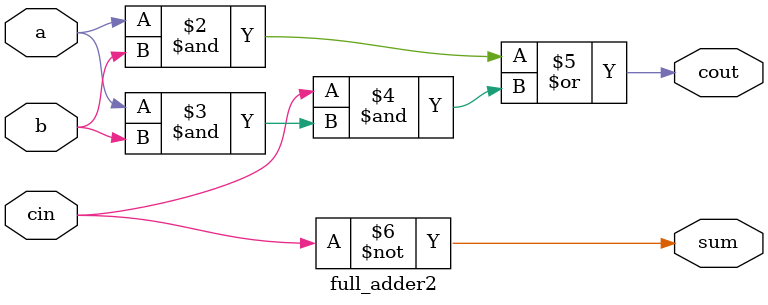
<source format=v>
module full_adder2(a,b,cin,sum,cout);
input a,b,cin;
output sum,cout;
assign sum = 1'b1^cin;
assign cout = a&b|cin&(a&b); 
// initial begin
//     $display("The incorrect adder with xor0 and xor1 having out/1 and in1/1");
// end   
endmodule
</source>
